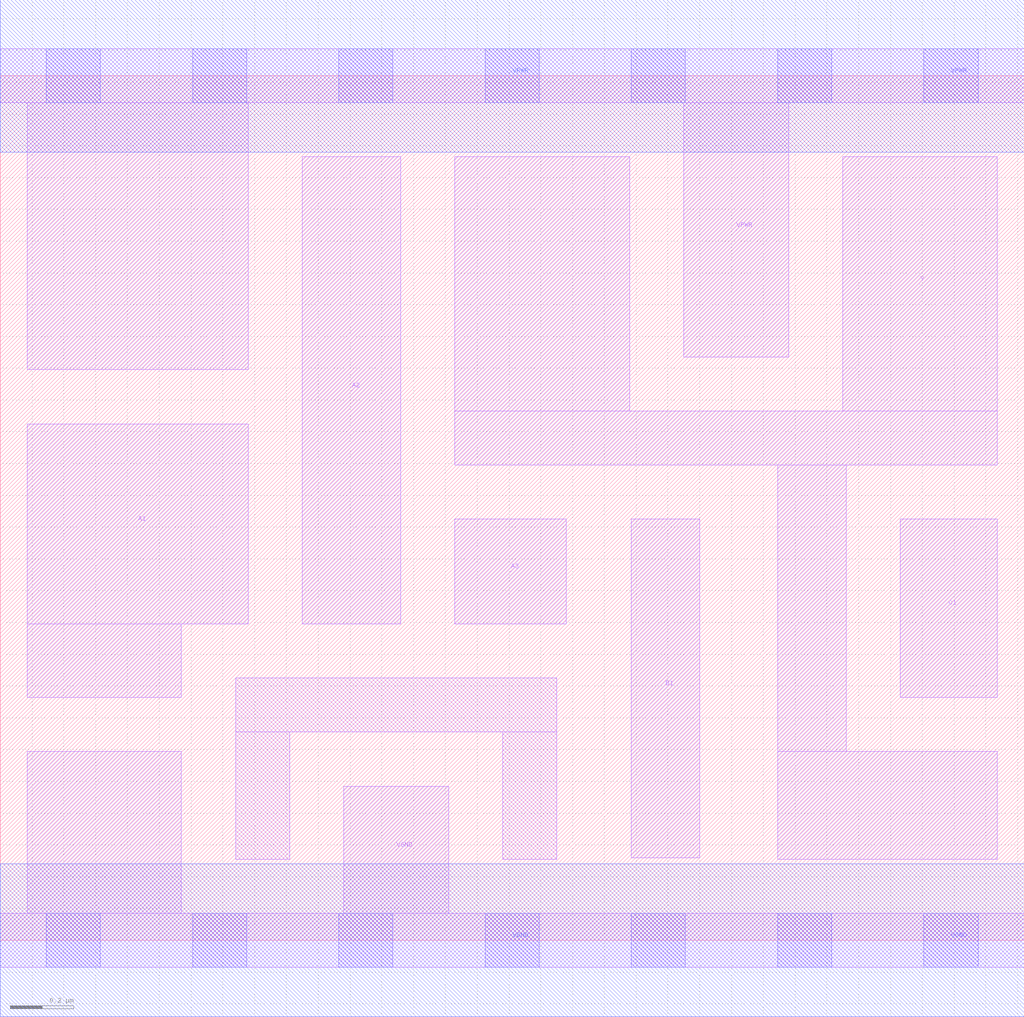
<source format=lef>
# Copyright 2020 The SkyWater PDK Authors
#
# Licensed under the Apache License, Version 2.0 (the "License");
# you may not use this file except in compliance with the License.
# You may obtain a copy of the License at
#
#     https://www.apache.org/licenses/LICENSE-2.0
#
# Unless required by applicable law or agreed to in writing, software
# distributed under the License is distributed on an "AS IS" BASIS,
# WITHOUT WARRANTIES OR CONDITIONS OF ANY KIND, either express or implied.
# See the License for the specific language governing permissions and
# limitations under the License.
#
# SPDX-License-Identifier: Apache-2.0

VERSION 5.7 ;
  NAMESCASESENSITIVE ON ;
  NOWIREEXTENSIONATPIN ON ;
  DIVIDERCHAR "/" ;
  BUSBITCHARS "[]" ;
UNITS
  DATABASE MICRONS 200 ;
END UNITS
MACRO sky130_fd_sc_hd__o311ai_0
  CLASS CORE ;
  SOURCE USER ;
  FOREIGN sky130_fd_sc_hd__o311ai_0 ;
  ORIGIN  0.000000  0.000000 ;
  SIZE  3.220000 BY  2.720000 ;
  SYMMETRY X Y R90 ;
  SITE unithd ;
  PIN A1
    ANTENNAGATEAREA  0.159000 ;
    DIRECTION INPUT ;
    USE SIGNAL ;
    PORT
      LAYER li1 ;
        RECT 0.085000 0.765000 0.570000 0.995000 ;
        RECT 0.085000 0.995000 0.780000 1.625000 ;
    END
  END A1
  PIN A2
    ANTENNAGATEAREA  0.159000 ;
    DIRECTION INPUT ;
    USE SIGNAL ;
    PORT
      LAYER li1 ;
        RECT 0.950000 0.995000 1.260000 2.465000 ;
    END
  END A2
  PIN A3
    ANTENNAGATEAREA  0.159000 ;
    DIRECTION INPUT ;
    USE SIGNAL ;
    PORT
      LAYER li1 ;
        RECT 1.430000 0.995000 1.780000 1.325000 ;
    END
  END A3
  PIN B1
    ANTENNAGATEAREA  0.159000 ;
    DIRECTION INPUT ;
    USE SIGNAL ;
    PORT
      LAYER li1 ;
        RECT 1.985000 0.260000 2.200000 1.325000 ;
    END
  END B1
  PIN C1
    ANTENNAGATEAREA  0.159000 ;
    DIRECTION INPUT ;
    USE SIGNAL ;
    PORT
      LAYER li1 ;
        RECT 2.830000 0.765000 3.135000 1.325000 ;
    END
  END C1
  PIN Y
    ANTENNADIFFAREA  0.604000 ;
    DIRECTION OUTPUT ;
    USE SIGNAL ;
    PORT
      LAYER li1 ;
        RECT 1.430000 1.495000 3.135000 1.665000 ;
        RECT 1.430000 1.665000 1.980000 2.465000 ;
        RECT 2.445000 0.255000 3.135000 0.595000 ;
        RECT 2.445000 0.595000 2.660000 1.495000 ;
        RECT 2.650000 1.665000 3.135000 2.465000 ;
    END
  END Y
  PIN VGND
    DIRECTION INOUT ;
    SHAPE ABUTMENT ;
    USE GROUND ;
    PORT
      LAYER li1 ;
        RECT 0.000000 -0.085000 3.220000 0.085000 ;
        RECT 0.085000  0.085000 0.570000 0.595000 ;
        RECT 1.080000  0.085000 1.410000 0.485000 ;
      LAYER mcon ;
        RECT 0.145000 -0.085000 0.315000 0.085000 ;
        RECT 0.605000 -0.085000 0.775000 0.085000 ;
        RECT 1.065000 -0.085000 1.235000 0.085000 ;
        RECT 1.525000 -0.085000 1.695000 0.085000 ;
        RECT 1.985000 -0.085000 2.155000 0.085000 ;
        RECT 2.445000 -0.085000 2.615000 0.085000 ;
        RECT 2.905000 -0.085000 3.075000 0.085000 ;
      LAYER met1 ;
        RECT 0.000000 -0.240000 3.220000 0.240000 ;
    END
  END VGND
  PIN VPWR
    DIRECTION INOUT ;
    SHAPE ABUTMENT ;
    USE POWER ;
    PORT
      LAYER li1 ;
        RECT 0.000000 2.635000 3.220000 2.805000 ;
        RECT 0.085000 1.795000 0.780000 2.635000 ;
        RECT 2.150000 1.835000 2.480000 2.635000 ;
      LAYER mcon ;
        RECT 0.145000 2.635000 0.315000 2.805000 ;
        RECT 0.605000 2.635000 0.775000 2.805000 ;
        RECT 1.065000 2.635000 1.235000 2.805000 ;
        RECT 1.525000 2.635000 1.695000 2.805000 ;
        RECT 1.985000 2.635000 2.155000 2.805000 ;
        RECT 2.445000 2.635000 2.615000 2.805000 ;
        RECT 2.905000 2.635000 3.075000 2.805000 ;
      LAYER met1 ;
        RECT 0.000000 2.480000 3.220000 2.960000 ;
    END
  END VPWR
  OBS
    LAYER li1 ;
      RECT 0.740000 0.255000 0.910000 0.655000 ;
      RECT 0.740000 0.655000 1.750000 0.825000 ;
      RECT 1.580000 0.255000 1.750000 0.655000 ;
  END
END sky130_fd_sc_hd__o311ai_0

</source>
